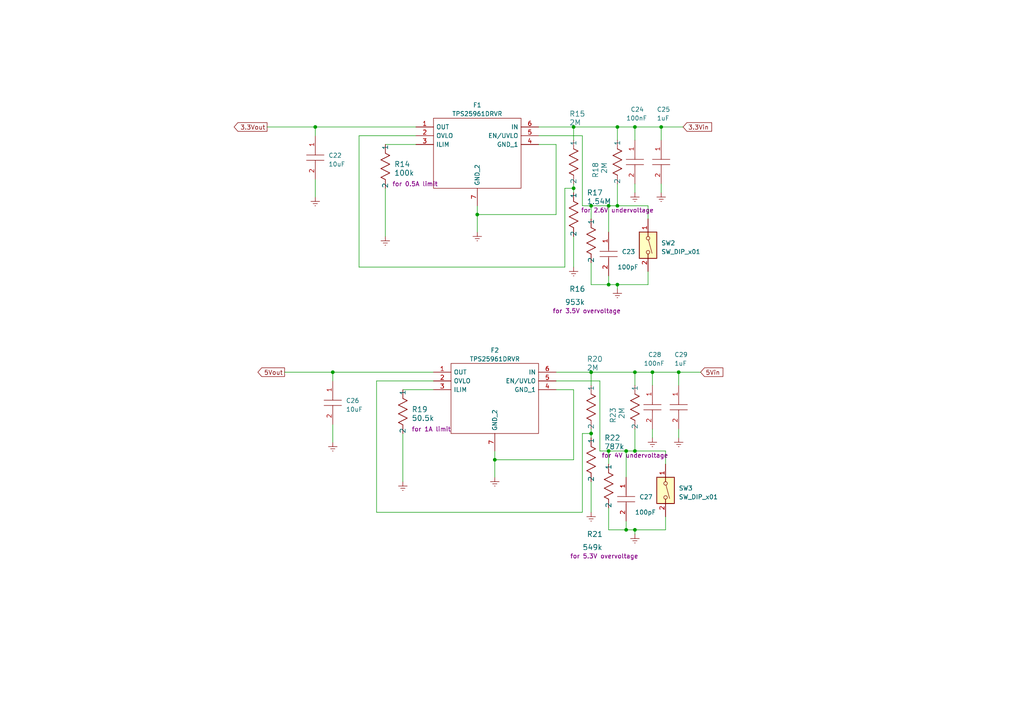
<source format=kicad_sch>
(kicad_sch (version 20230121) (generator eeschema)
  (paper "A4")
  (lib_symbols
    (symbol "0805YC106KAT2A:0805YC106KAT2A" (pin_names (offset 0.762))
      (property "Reference" "C" (at 8.89 6.35 0))
      (property "Value" "0805YC106KAT2A" (at 8.89 3.81 0))
      (symbol "0805YC106KAT2A_0_0"
        (pin passive line (at 0 0 0) (length 5.08) (name "~") (number "1"))
        (pin passive line (at 12.7 0 180) (length 5.08) (name "~") (number "2"))
      )
      (symbol "0805YC106KAT2A_0_1"
        (polyline (pts (xy 5.08 0) (xy 5.588 0)) (stroke (width 0.1524)))
        (polyline (pts (xy 5.588 2.54) (xy 5.588 -2.54)) (stroke (width 0.1524)))
        (polyline (pts (xy 7.112 0) (xy 7.62 0)) (stroke (width 0.1524)))
        (polyline (pts (xy 7.112 2.54) (xy 7.112 -2.54)) (stroke (width 0.1524)))
      )
    )
    (symbol "2023-02-18_05-38-06:RC0603FR-072ML" (pin_numbers hide) (pin_names (offset -2.54))
      (property "Reference" "R" (at 5.715 3.81 0))
      (property "Value" "RC0603FR-072ML" (at 6.35 -6.985 0))
      (symbol "RC0603FR-072ML_1_1"
        (polyline (pts (xy 2.54 0) (xy 3.175 1.27)) (stroke (width 0.2032)))
        (polyline (pts (xy 3.175 1.27) (xy 4.445 -1.27)) (stroke (width 0.2032)))
        (polyline (pts (xy 4.445 -1.27) (xy 5.715 1.27)) (stroke (width 0.2032)))
        (polyline (pts (xy 5.715 1.27) (xy 6.985 -1.27)) (stroke (width 0.2032)))
        (polyline (pts (xy 6.985 -1.27) (xy 8.255 1.27)) (stroke (width 0.2032)))
        (polyline (pts (xy 8.255 1.27) (xy 9.525 -1.27)) (stroke (width 0.2032)))
        (polyline (pts (xy 9.525 -1.27) (xy 10.16 0)) (stroke (width 0.2032)))
        (pin unspecified line (at 12.7 0 180) (length 2.54) (name "1") (number "1"))
        (pin unspecified line (at 0 0 0) (length 2.54) (name "2") (number "2"))
      )
    )
    (symbol "C0402C101K3RACAUTO:C0402C101K3RACAUTO" (pin_names (offset 0.762))
      (property "Reference" "C" (at 8.89 6.35 0))
      (property "Value" "C0402C101K3RACAUTO" (at 8.89 3.81 0))
      (symbol "C0402C101K3RACAUTO_0_0"
        (pin passive line (at 0 0 0) (length 5.08) (name "~") (number "1"))
        (pin passive line (at 12.7 0 180) (length 5.08) (name "~") (number "2"))
      )
      (symbol "C0402C101K3RACAUTO_0_1"
        (polyline (pts (xy 5.08 0) (xy 5.588 0)) (stroke (width 0.1524)))
        (polyline (pts (xy 5.588 2.54) (xy 5.588 -2.54)) (stroke (width 0.1524)))
        (polyline (pts (xy 7.112 0) (xy 7.62 0)) (stroke (width 0.1524)))
        (polyline (pts (xy 7.112 2.54) (xy 7.112 -2.54)) (stroke (width 0.1524)))
      )
    )
    (symbol "C1005X7R1C104K050BC:C1005X7R1C104K050BC" (pin_names (offset 0.762))
      (property "Reference" "C" (at 8.89 6.35 0))
      (property "Value" "C1005X7R1C104K050BC" (at 8.89 3.81 0))
      (symbol "C1005X7R1C104K050BC_0_0"
        (pin passive line (at 0 0 0) (length 5.08) (name "~") (number "1"))
        (pin passive line (at 12.7 0 180) (length 5.08) (name "~") (number "2"))
      )
      (symbol "C1005X7R1C104K050BC_0_1"
        (polyline (pts (xy 5.08 0) (xy 5.588 0)) (stroke (width 0.1524)))
        (polyline (pts (xy 5.588 2.54) (xy 5.588 -2.54)) (stroke (width 0.1524)))
        (polyline (pts (xy 7.112 0) (xy 7.62 0)) (stroke (width 0.1524)))
        (polyline (pts (xy 7.112 2.54) (xy 7.112 -2.54)) (stroke (width 0.1524)))
      )
    )
    (symbol "C2220X105K2RACAUTO:C2220X105K2RACAUTO" (pin_names (offset 0.762))
      (property "Reference" "C" (at 8.89 6.35 0))
      (property "Value" "C2220X105K2RACAUTO" (at 8.89 3.81 0))
      (symbol "C2220X105K2RACAUTO_0_0"
        (pin passive line (at 0 0 0) (length 5.08) (name "~") (number "1"))
        (pin passive line (at 12.7 0 180) (length 5.08) (name "~") (number "2"))
      )
      (symbol "C2220X105K2RACAUTO_0_1"
        (polyline (pts (xy 5.08 0) (xy 5.588 0)) (stroke (width 0.1524)))
        (polyline (pts (xy 5.588 2.54) (xy 5.588 -2.54)) (stroke (width 0.1524)))
        (polyline (pts (xy 7.112 0) (xy 7.62 0)) (stroke (width 0.1524)))
        (polyline (pts (xy 7.112 2.54) (xy 7.112 -2.54)) (stroke (width 0.1524)))
      )
    )
    (symbol "Switch:SW_DIP_x01" (pin_names (offset 0) hide)
      (property "Reference" "SW" (at 0 3.81 0))
      (property "Value" "SW_DIP_x01" (at 0 -3.81 0))
      (symbol "SW_DIP_x01_0_0"
        (circle (center -2.032 0) (radius 0.508))
        (polyline (pts (xy -1.524 0.127) (xy 2.3622 1.1684)))
        (circle (center 2.032 0) (radius 0.508))
      )
      (symbol "SW_DIP_x01_0_1"
        (rectangle (start -3.81 2.54) (end 3.81 -2.54) (stroke (width 0.254)) (fill (type background)))
      )
      (symbol "SW_DIP_x01_1_1"
        (pin passive line (at -7.62 0 0) (length 5.08) (name "~") (number "1"))
        (pin passive line (at 7.62 0 180) (length 5.08) (name "~") (number "2"))
      )
    )
    (symbol "TPS25961DRVR:TPS25961DRVR" (pin_names (offset 0.762))
      (property "Reference" "F" (at 31.75 7.62 0))
      (property "Value" "TPS25961DRVR" (at 31.75 5.08 0))
      (symbol "TPS25961DRVR_0_0"
        (pin output line (at 0 0 0) (length 5.08) (name "OUT") (number "1"))
        (pin input line (at 0 -2.54 0) (length 5.08) (name "OVLO") (number "2"))
        (pin output line (at 0 -5.08 0) (length 5.08) (name "ILIM") (number "3"))
        (pin power_in line (at 35.56 -5.08 180) (length 5.08) (name "GND_1") (number "4"))
        (pin input line (at 35.56 -2.54 180) (length 5.08) (name "EN/UVLO") (number "5"))
        (pin power_in line (at 35.56 0 180) (length 5.08) (name "IN") (number "6"))
        (pin power_in line (at 17.78 -22.86 90) (length 5.08) (name "GND_2") (number "7"))
      )
      (symbol "TPS25961DRVR_0_1"
        (polyline (pts (xy 5.08 2.54) (xy 30.48 2.54) (xy 30.48 -17.78) (xy 5.08 -17.78) (xy 5.08 2.54)) (stroke (width 0.1524)))
      )
    )
    (symbol "power:Earth" (power) (pin_names (offset 0))
      (symbol "Earth_0_1"
        (polyline (pts (xy -0.635 -1.905) (xy 0.635 -1.905)))
        (polyline (pts (xy -0.127 -2.54) (xy 0.127 -2.54)))
        (polyline (pts (xy 0 -1.27) (xy 0 0)))
        (polyline (pts (xy 1.27 -1.27) (xy -1.27 -1.27)))
      )
      (symbol "Earth_1_1"
        (pin power_in line (at 0 0 270) (length 0) hide (name "Earth") (number "1"))
      )
    )
  )
  (junction (at 196.85 107.95))
  (junction (at 91.44 36.83))
  (junction (at 184.15 153.67))
  (junction (at 179.07 82.55))
  (junction (at 176.53 59.69))
  (junction (at 181.61 153.67))
  (junction (at 171.45 125.73))
  (junction (at 171.45 107.95))
  (junction (at 176.53 82.55))
  (junction (at 166.37 36.83))
  (junction (at 166.37 54.61))
  (junction (at 191.77 36.83))
  (junction (at 181.61 130.81))
  (junction (at 179.07 59.69))
  (junction (at 96.52 107.95))
  (junction (at 143.51 133.35))
  (junction (at 189.23 107.95))
  (junction (at 179.07 36.83))
  (junction (at 184.15 130.81))
  (junction (at 176.53 130.81))
  (junction (at 184.15 107.95))
  (junction (at 138.43 62.23))
  (junction (at 171.45 59.69))
  (junction (at 184.15 36.83))
  (wire (pts (xy 111.76 54.61) (xy 111.76 68.58)))
  (wire (pts (xy 191.77 36.83) (xy 191.77 40.64)))
  (wire (pts (xy 181.61 130.81) (xy 184.15 130.81)))
  (wire (pts (xy 193.04 149.86) (xy 193.04 153.67)))
  (wire (pts (xy 179.07 36.83) (xy 184.15 36.83)))
  (wire (pts (xy 193.04 130.81) (xy 193.04 134.62)))
  (wire (pts (xy 189.23 124.46) (xy 189.23 127)))
  (wire (pts (xy 173.99 110.49) (xy 173.99 130.81)))
  (wire (pts (xy 184.15 124.46) (xy 184.15 130.81)))
  (wire (pts (xy 191.77 53.34) (xy 191.77 55.88)))
  (wire (pts (xy 196.85 107.95) (xy 203.2 107.95)))
  (wire (pts (xy 109.22 148.59) (xy 168.91 148.59)))
  (wire (pts (xy 138.43 62.23) (xy 138.43 67.31)))
  (wire (pts (xy 181.61 151.13) (xy 181.61 153.67)))
  (wire (pts (xy 171.45 124.46) (xy 171.45 125.73)))
  (wire (pts (xy 109.22 110.49) (xy 109.22 148.59)))
  (wire (pts (xy 91.44 52.07) (xy 91.44 57.15)))
  (wire (pts (xy 176.53 59.69) (xy 176.53 67.31)))
  (wire (pts (xy 187.96 59.69) (xy 179.07 59.69)))
  (wire (pts (xy 138.43 59.69) (xy 138.43 62.23)))
  (wire (pts (xy 166.37 113.03) (xy 166.37 133.35)))
  (wire (pts (xy 104.14 77.47) (xy 163.83 77.47)))
  (wire (pts (xy 143.51 130.81) (xy 143.51 133.35)))
  (wire (pts (xy 184.15 153.67) (xy 184.15 154.94)))
  (wire (pts (xy 161.29 110.49) (xy 173.99 110.49)))
  (wire (pts (xy 111.76 41.91) (xy 120.65 41.91)))
  (wire (pts (xy 179.07 82.55) (xy 187.96 82.55)))
  (wire (pts (xy 184.15 36.83) (xy 184.15 40.64)))
  (wire (pts (xy 184.15 53.34) (xy 184.15 55.88)))
  (wire (pts (xy 168.91 148.59) (xy 168.91 125.73)))
  (wire (pts (xy 176.53 130.81) (xy 176.53 134.62)))
  (wire (pts (xy 161.29 113.03) (xy 166.37 113.03)))
  (wire (pts (xy 171.45 59.69) (xy 171.45 63.5)))
  (wire (pts (xy 143.51 133.35) (xy 143.51 138.43)))
  (wire (pts (xy 179.07 53.34) (xy 179.07 59.69)))
  (wire (pts (xy 179.07 36.83) (xy 179.07 40.64)))
  (wire (pts (xy 104.14 39.37) (xy 104.14 77.47)))
  (wire (pts (xy 156.21 41.91) (xy 161.29 41.91)))
  (wire (pts (xy 91.44 36.83) (xy 91.44 39.37)))
  (wire (pts (xy 171.45 107.95) (xy 184.15 107.95)))
  (wire (pts (xy 176.53 82.55) (xy 179.07 82.55)))
  (wire (pts (xy 96.52 123.19) (xy 96.52 128.27)))
  (wire (pts (xy 171.45 107.95) (xy 171.45 111.76)))
  (wire (pts (xy 184.15 153.67) (xy 193.04 153.67)))
  (wire (pts (xy 161.29 62.23) (xy 138.43 62.23)))
  (wire (pts (xy 176.53 153.67) (xy 181.61 153.67)))
  (wire (pts (xy 184.15 36.83) (xy 191.77 36.83)))
  (wire (pts (xy 196.85 107.95) (xy 196.85 111.76)))
  (wire (pts (xy 91.44 36.83) (xy 120.65 36.83)))
  (wire (pts (xy 156.21 39.37) (xy 168.91 39.37)))
  (wire (pts (xy 161.29 41.91) (xy 161.29 62.23)))
  (wire (pts (xy 173.99 130.81) (xy 176.53 130.81)))
  (wire (pts (xy 171.45 59.69) (xy 176.53 59.69)))
  (wire (pts (xy 166.37 36.83) (xy 166.37 40.64)))
  (wire (pts (xy 181.61 153.67) (xy 184.15 153.67)))
  (wire (pts (xy 176.53 59.69) (xy 179.07 59.69)))
  (wire (pts (xy 96.52 107.95) (xy 96.52 110.49)))
  (wire (pts (xy 168.91 125.73) (xy 171.45 125.73)))
  (wire (pts (xy 116.84 125.73) (xy 116.84 139.7)))
  (wire (pts (xy 125.73 110.49) (xy 109.22 110.49)))
  (wire (pts (xy 196.85 124.46) (xy 196.85 127)))
  (wire (pts (xy 168.91 39.37) (xy 168.91 59.69)))
  (wire (pts (xy 176.53 130.81) (xy 181.61 130.81)))
  (wire (pts (xy 171.45 139.7) (xy 171.45 148.59)))
  (wire (pts (xy 166.37 68.58) (xy 166.37 77.47)))
  (wire (pts (xy 187.96 59.69) (xy 187.96 63.5)))
  (wire (pts (xy 156.21 36.83) (xy 166.37 36.83)))
  (wire (pts (xy 82.55 107.95) (xy 96.52 107.95)))
  (wire (pts (xy 163.83 77.47) (xy 163.83 54.61)))
  (wire (pts (xy 96.52 107.95) (xy 125.73 107.95)))
  (wire (pts (xy 176.53 80.01) (xy 176.53 82.55)))
  (wire (pts (xy 181.61 130.81) (xy 181.61 138.43)))
  (wire (pts (xy 184.15 107.95) (xy 184.15 111.76)))
  (wire (pts (xy 161.29 107.95) (xy 171.45 107.95)))
  (wire (pts (xy 191.77 36.83) (xy 198.12 36.83)))
  (wire (pts (xy 189.23 107.95) (xy 196.85 107.95)))
  (wire (pts (xy 166.37 53.34) (xy 166.37 54.61)))
  (wire (pts (xy 166.37 54.61) (xy 166.37 55.88)))
  (wire (pts (xy 193.04 130.81) (xy 184.15 130.81)))
  (wire (pts (xy 189.23 107.95) (xy 189.23 111.76)))
  (wire (pts (xy 176.53 147.32) (xy 176.53 153.67)))
  (wire (pts (xy 163.83 54.61) (xy 166.37 54.61)))
  (wire (pts (xy 184.15 107.95) (xy 189.23 107.95)))
  (wire (pts (xy 166.37 36.83) (xy 179.07 36.83)))
  (wire (pts (xy 171.45 82.55) (xy 176.53 82.55)))
  (wire (pts (xy 120.65 39.37) (xy 104.14 39.37)))
  (wire (pts (xy 166.37 133.35) (xy 143.51 133.35)))
  (wire (pts (xy 77.47 36.83) (xy 91.44 36.83)))
  (wire (pts (xy 116.84 113.03) (xy 125.73 113.03)))
  (wire (pts (xy 179.07 82.55) (xy 179.07 83.82)))
  (wire (pts (xy 187.96 78.74) (xy 187.96 82.55)))
  (wire (pts (xy 168.91 59.69) (xy 171.45 59.69)))
  (wire (pts (xy 171.45 76.2) (xy 171.45 82.55)))
  (wire (pts (xy 171.45 125.73) (xy 171.45 127)))
  (global_label "3.3Vin" (shape input) (at 198.12 36.83 0) (property "Intersheetrefs" "${INTERSHEET_REFS}" (effects hide)))
  (global_label "5Vin" (shape input) (at 203.2 107.95 0) (property "Intersheetrefs" "${INTERSHEET_REFS}" (effects hide)))
  (global_label "5Vout" (shape output) (at 82.55 107.95 180) (property "Intersheetrefs" "${INTERSHEET_REFS}" (effects hide)))
  (global_label "3.3Vout" (shape output) (at 77.47 36.83 180) (property "Intersheetrefs" "${INTERSHEET_REFS}" (effects hide)))
  (symbol (lib_id "2023-02-18_05-38-06:RC0603FR-072ML") (at 171.45 124.46 90) (unit 1)
    (property "Reference" "R20" (at 170.18 104.14 90) (effects (font (size 1.524 1.524)) (justify right)))
    (property "Value" "2M" (at 170.18 106.68 90) (effects (font (size 1.524 1.524)) (justify right)))
    (property "Footprint" "fp:RC0603FR-072ML" (effects hide))
    (instances (project "pcb" (path "" (reference "R20") (unit 1))) (project "Prot_Circ" (path "" (reference "R3") (unit 1))))
  )
  (symbol (lib_id "C0402C101K3RACAUTO:C0402C101K3RACAUTO") (at 176.53 67.31 270) (unit 1)
    (property "Reference" "C23" (at 180.34 73.025 90) (effects (justify left)))
    (property "Value" "100pF" (at 179.07 77.47 90) (effects (justify left)))
    (property "Footprint" "fp:CAPC1005X55N" (effects hide))
    (property "Datasheet" "https://content.kemet.com/datasheets/KEM_C1091_C0G_ESD.pdf" (effects hide))
    (property "Description" "Multilayer Ceramic Capacitors MLCC - SMD/SMT 100V 100pF X8R 0402 5% AEC-Q200" (effects hide))
    (property "Height" "0.55" (effects hide))
    (property "Mouser Part Number" "80-C0402C101K3RAUTO" (effects hide))
    (property "Mouser Price/Stock" "https://www.mouser.co.uk/ProductDetail/KEMET/C0402C101K3RACAUTO?qs=DuoOggApuK%2FQ6tIpLsntww%3D%3D" (effects hide))
    (property "Manufacturer_Name" "KEMET" (effects hide))
    (property "Manufacturer_Part_Number" "C0402C101K3RACAUTO" (effects hide))
    (instances (project "pcb" (path "" (reference "C23") (unit 1))) (project "Prot_Circ" (path "" (reference "C2") (unit 1))))
  )
  (symbol (lib_id "power:Earth") (at 138.43 67.31 0) (unit 1)
    (property "Reference" "#PWR027" (effects hide))
    (property "Value" "Earth" (effects hide))
    (instances (project "pcb" (path "" (reference "#PWR027") (unit 1))) (project "Prot_Circ" (path "" (reference "#PWR0106") (unit 1))))
  )
  (symbol (lib_id "power:Earth") (at 184.15 55.88 0) (unit 1)
    (property "Reference" "#PWR030" (effects hide))
    (property "Value" "Earth" (effects hide))
    (instances (project "pcb" (path "" (reference "#PWR030") (unit 1))) (project "Prot_Circ" (path "" (reference "#PWR0107") (unit 1))))
  )
  (symbol (lib_id "power:Earth") (at 171.45 148.59 0) (unit 1)
    (property "Reference" "#PWR034" (effects hide))
    (property "Value" "Earth" (effects hide))
    (instances (project "pcb" (path "" (reference "#PWR034") (unit 1))) (project "Prot_Circ" (path "" (reference "#PWR0104") (unit 1))))
  )
  (symbol (lib_id "2023-02-18_05-38-06:RC0603FR-072ML") (at 176.53 147.32 90) (unit 1)
    (property "Reference" "R22" (at 175.26 127 90) (effects (font (size 1.524 1.524)) (justify right)))
    (property "Value" "787k" (at 175.26 129.54 90) (effects (font (size 1.524 1.524)) (justify right)))
    (property "Footprint" "fp:RC0603FR-072ML" (effects hide))
    (property "Field4" "for 4V undervoltage" (at 184.15 132.08 90))
    (instances (project "pcb" (path "" (reference "R22") (unit 1))) (project "Prot_Circ" (path "" (reference "R5") (unit 1))))
  )
  (symbol (lib_id "2023-02-18_05-38-06:RC0603FR-072ML") (at 171.45 76.2 90) (unit 1)
    (property "Reference" "R17" (at 170.18 55.88 90) (effects (font (size 1.524 1.524)) (justify right)))
    (property "Value" "1.54M" (at 170.18 58.42 90) (effects (font (size 1.524 1.524)) (justify right)))
    (property "Footprint" "fp:RC0603FR-072ML" (effects hide))
    (property "Field4" "for 2.6V undervoltage" (at 179.07 60.96 90))
    (instances (project "pcb" (path "" (reference "R17") (unit 1))) (project "Prot_Circ" (path "" (reference "R5") (unit 1))))
  )
  (symbol (lib_id "2023-02-18_05-38-06:RC0603FR-072ML") (at 171.45 139.7 90) (unit 1)
    (property "Reference" "R21" (at 170.18 154.94 90) (effects (font (size 1.524 1.524)) (justify right)))
    (property "Value" "549k" (at 168.91 158.75 90) (effects (font (size 1.524 1.524)) (justify right)))
    (property "Footprint" "fp:RC0603FR-072ML" (effects hide))
    (property "Field4" "for 5.3V overvoltage" (at 175.26 161.29 90))
    (instances (project "pcb" (path "" (reference "R21") (unit 1))) (project "Prot_Circ" (path "" (reference "R4") (unit 1))))
  )
  (symbol (lib_id "Switch:SW_DIP_x01") (at 187.96 71.12 270) (unit 1)
    (property "Reference" "SW2" (at 191.77 70.485 90) (effects (justify left)))
    (property "Value" "SW_DIP_x01" (at 191.77 73.025 90) (effects (justify left)))
    (property "Footprint" "Button_Switch_SMD:SW_DIP_SPSTx01_Slide_6.7x4.1mm_W6.73mm_P2.54mm_LowProfile_JPin" (effects hide))
    (instances (project "pcb" (path "" (reference "SW2") (unit 1))) (project "Prot_Circ" (path "" (reference "SW1") (unit 1))))
  )
  (symbol (lib_id "TPS25961DRVR:TPS25961DRVR") (at 125.73 107.95 0) (unit 1)
    (property "Reference" "F2" (at 143.51 101.6 0))
    (property "Value" "TPS25961DRVR" (at 143.51 104.14 0))
    (property "Footprint" "fp:SON65P200X200X80-7N" (effects hide))
    (property "Datasheet" "https://www.ti.com/lit/ds/symlink/tps25961.pdf" (effects hide))
    (property "Description" "Hot Swap Voltage Controllers 2.7-V to 19-V 100-mO eFuse with overvoltage, overcurrent and short-circuit protection" (effects hide))
    (property "Height" "0.8" (effects hide))
    (property "Mouser Part Number" "595-TPS25961DRVR" (effects hide))
    (property "Mouser Price/Stock" "https://www.mouser.co.uk/ProductDetail/Texas-Instruments/TPS25961DRVR?qs=rQFj71Wb1eWBtbDOIdq5wQ%3D%3D" (effects hide))
    (property "Manufacturer_Name" "Texas Instruments" (effects hide))
    (property "Manufacturer_Part_Number" "TPS25961DRVR" (effects hide))
    (instances (project "pcb" (path "" (reference "F2") (unit 1))) (project "Prot_Circ" (path "" (reference "F1") (unit 1))))
  )
  (symbol (lib_id "power:Earth") (at 111.76 68.58 0) (unit 1)
    (property "Reference" "#PWR026" (effects hide))
    (property "Value" "Earth" (effects hide))
    (instances (project "pcb" (path "" (reference "#PWR026") (unit 1))) (project "Prot_Circ" (path "" (reference "#PWR0105") (unit 1))))
  )
  (symbol (lib_id "power:Earth") (at 189.23 127 0) (unit 1)
    (property "Reference" "#PWR036" (effects hide))
    (property "Value" "Earth" (effects hide))
    (instances (project "pcb" (path "" (reference "#PWR036") (unit 1))) (project "Prot_Circ" (path "" (reference "#PWR0107") (unit 1))))
  )
  (symbol (lib_id "C0402C101K3RACAUTO:C0402C101K3RACAUTO") (at 181.61 138.43 270) (unit 1)
    (property "Reference" "C27" (at 185.42 144.145 90) (effects (justify left)))
    (property "Value" "100pF" (at 184.15 148.59 90) (effects (justify left)))
    (property "Footprint" "fp:CAPC1005X55N" (effects hide))
    (property "Datasheet" "https://content.kemet.com/datasheets/KEM_C1091_C0G_ESD.pdf" (effects hide))
    (property "Description" "Multilayer Ceramic Capacitors MLCC - SMD/SMT 100V 100pF X8R 0402 5% AEC-Q200" (effects hide))
    (property "Height" "0.55" (effects hide))
    (property "Mouser Part Number" "80-C0402C101K3RAUTO" (effects hide))
    (property "Mouser Price/Stock" "https://www.mouser.co.uk/ProductDetail/KEMET/C0402C101K3RACAUTO?qs=DuoOggApuK%2FQ6tIpLsntww%3D%3D" (effects hide))
    (property "Manufacturer_Name" "KEMET" (effects hide))
    (property "Manufacturer_Part_Number" "C0402C101K3RACAUTO" (effects hide))
    (instances (project "pcb" (path "" (reference "C27") (unit 1))) (project "Prot_Circ" (path "" (reference "C2") (unit 1))))
  )
  (symbol (lib_id "2023-02-18_05-38-06:RC0603FR-072ML") (at 179.07 53.34 90) (unit 1)
    (property "Reference" "R18" (at 172.72 46.99 0) (effects (font (size 1.524 1.524)) (justify right)))
    (property "Value" "2M" (at 175.26 46.99 0) (effects (font (size 1.524 1.524)) (justify right)))
    (property "Footprint" "fp:RC0603FR-072ML" (effects hide))
    (instances (project "pcb" (path "" (reference "R18") (unit 1))) (project "Prot_Circ" (path "" (reference "R1") (unit 1))))
  )
  (symbol (lib_id "power:Earth") (at 184.15 154.94 0) (unit 1)
    (property "Reference" "#PWR035" (effects hide))
    (property "Value" "Earth" (effects hide))
    (instances (project "pcb" (path "" (reference "#PWR035") (unit 1))) (project "Prot_Circ" (path "" (reference "#PWR0109") (unit 1))))
  )
  (symbol (lib_id "Switch:SW_DIP_x01") (at 193.04 142.24 270) (unit 1)
    (property "Reference" "SW3" (at 196.85 141.605 90) (effects (justify left)))
    (property "Value" "SW_DIP_x01" (at 196.85 144.145 90) (effects (justify left)))
    (property "Footprint" "Button_Switch_SMD:SW_DIP_SPSTx01_Slide_6.7x4.1mm_W6.73mm_P2.54mm_LowProfile_JPin" (effects hide))
    (instances (project "pcb" (path "" (reference "SW3") (unit 1))) (project "Prot_Circ" (path "" (reference "SW1") (unit 1))))
  )
  (symbol (lib_id "2023-02-18_05-38-06:RC0603FR-072ML") (at 166.37 53.34 90) (unit 1)
    (property "Reference" "R15" (at 165.1 33.02 90) (effects (font (size 1.524 1.524)) (justify right)))
    (property "Value" "2M" (at 165.1 35.56 90) (effects (font (size 1.524 1.524)) (justify right)))
    (property "Footprint" "fp:RC0603FR-072ML" (effects hide))
    (instances (project "pcb" (path "" (reference "R15") (unit 1))) (project "Prot_Circ" (path "" (reference "R3") (unit 1))))
  )
  (symbol (lib_id "power:Earth") (at 179.07 83.82 0) (unit 1)
    (property "Reference" "#PWR029" (effects hide))
    (property "Value" "Earth" (effects hide))
    (instances (project "pcb" (path "" (reference "#PWR029") (unit 1))) (project "Prot_Circ" (path "" (reference "#PWR0109") (unit 1))))
  )
  (symbol (lib_id "power:Earth") (at 196.85 127 0) (unit 1)
    (property "Reference" "#PWR037" (effects hide))
    (property "Value" "Earth" (effects hide))
    (instances (project "pcb" (path "" (reference "#PWR037") (unit 1))) (project "Prot_Circ" (path "" (reference "#PWR0108") (unit 1))))
  )
  (symbol (lib_id "power:Earth") (at 191.77 55.88 0) (unit 1)
    (property "Reference" "#PWR031" (effects hide))
    (property "Value" "Earth" (effects hide))
    (instances (project "pcb" (path "" (reference "#PWR031") (unit 1))) (project "Prot_Circ" (path "" (reference "#PWR0108") (unit 1))))
  )
  (symbol (lib_id "power:Earth") (at 116.84 139.7 0) (unit 1)
    (property "Reference" "#PWR032" (effects hide))
    (property "Value" "Earth" (effects hide))
    (instances (project "pcb" (path "" (reference "#PWR032") (unit 1))) (project "Prot_Circ" (path "" (reference "#PWR0105") (unit 1))))
  )
  (symbol (lib_id "2023-02-18_05-38-06:RC0603FR-072ML") (at 184.15 124.46 90) (unit 1)
    (property "Reference" "R23" (at 177.8 118.11 0) (effects (font (size 1.524 1.524)) (justify right)))
    (property "Value" "2M" (at 180.34 118.11 0) (effects (font (size 1.524 1.524)) (justify right)))
    (property "Footprint" "fp:RC0603FR-072ML" (effects hide))
    (instances (project "pcb" (path "" (reference "R23") (unit 1))) (project "Prot_Circ" (path "" (reference "R1") (unit 1))))
  )
  (symbol (lib_id "power:Earth") (at 96.52 128.27 0) (unit 1)
    (property "Reference" "#PWR024" (effects hide))
    (property "Value" "Earth" (effects hide))
    (instances (project "pcb" (path "" (reference "#PWR024") (unit 1))) (project "Prot_Circ" (path "" (reference "#PWR0103") (unit 1))))
  )
  (symbol (lib_id "power:Earth") (at 166.37 77.47 0) (unit 1)
    (property "Reference" "#PWR028" (effects hide))
    (property "Value" "Earth" (effects hide))
    (instances (project "pcb" (path "" (reference "#PWR028") (unit 1))) (project "Prot_Circ" (path "" (reference "#PWR0104") (unit 1))))
  )
  (symbol (lib_id "2023-02-18_05-38-06:RC0603FR-072ML") (at 166.37 68.58 90) (unit 1)
    (property "Reference" "R16" (at 165.1 83.82 90) (effects (font (size 1.524 1.524)) (justify right)))
    (property "Value" "953k" (at 163.83 87.63 90) (effects (font (size 1.524 1.524)) (justify right)))
    (property "Footprint" "fp:RC0603FR-072ML" (effects hide))
    (property "Field4" "for 3.5V overvoltage" (at 170.18 90.17 90))
    (instances (project "pcb" (path "" (reference "R16") (unit 1))) (project "Prot_Circ" (path "" (reference "R4") (unit 1))))
  )
  (symbol (lib_id "TPS25961DRVR:TPS25961DRVR") (at 120.65 36.83 0) (unit 1)
    (property "Reference" "F1" (at 138.43 30.48 0))
    (property "Value" "TPS25961DRVR" (at 138.43 33.02 0))
    (property "Footprint" "fp:SON65P200X200X80-7N" (effects hide))
    (property "Datasheet" "https://www.ti.com/lit/ds/symlink/tps25961.pdf" (effects hide))
    (property "Description" "Hot Swap Voltage Controllers 2.7-V to 19-V 100-mO eFuse with overvoltage, overcurrent and short-circuit protection" (effects hide))
    (property "Height" "0.8" (effects hide))
    (property "Mouser Part Number" "595-TPS25961DRVR" (effects hide))
    (property "Mouser Price/Stock" "https://www.mouser.co.uk/ProductDetail/Texas-Instruments/TPS25961DRVR?qs=rQFj71Wb1eWBtbDOIdq5wQ%3D%3D" (effects hide))
    (property "Manufacturer_Name" "Texas Instruments" (effects hide))
    (property "Manufacturer_Part_Number" "TPS25961DRVR" (effects hide))
  )
  (symbol (lib_id "C2220X105K2RACAUTO:C2220X105K2RACAUTO") (at 196.85 111.76 270) (unit 1)
    (property "Reference" "C29" (at 195.58 102.87 90) (effects (justify left)))
    (property "Value" "1uF" (at 195.58 105.41 90) (effects (justify left)))
    (property "Footprint" "fp:C2220_FT" (effects hide))
    (property "Datasheet" "https://content.kemet.com/datasheets/KEM_C1078_X7R_FT-CAP_AUTO_SMD.pdf" (effects hide))
    (property "Description" "SMD Auto X7R Flex, Ceramic, 1 uF, 10%, 200 VDC, 500 VDC, 125C, -55C, X7R, SMD, MLCC, FT-CAP, Automotive Grade, 2.5 % , 1 GOhms, 230 mg, 2220, 5.9mm, 5mm, 1.5mm, 0.7mm, 1000, 78  Weeks, 80" (effects hide))
    (property "Mouser Part Number" "80-C2220X105K2RAUTO" (effects hide))
    (property "Mouser Price/Stock" "https://www.mouser.co.uk/ProductDetail/KEMET/C2220X105K2RACAUTO?qs=1mbolxNpo8fmZ3mUaC%2FFGQ%3D%3D" (effects hide))
    (property "Manufacturer_Name" "KEMET" (effects hide))
    (property "Manufacturer_Part_Number" "C2220X105K2RACAUTO" (effects hide))
    (instances (project "pcb" (path "" (reference "C29") (unit 1))) (project "Prot_Circ" (path "" (reference "C4") (unit 1))))
  )
  (symbol (lib_id "0805YC106KAT2A:0805YC106KAT2A") (at 91.44 39.37 270) (unit 1)
    (property "Reference" "C22" (at 95.25 45.085 90) (effects (justify left)))
    (property "Value" "10uF" (at 95.25 47.625 90) (effects (justify left)))
    (property "Footprint" "fp:CAPC2012X94N" (effects hide))
    (property "Datasheet" "https://www.mouser.fr/datasheet/2/40/AVX_X7RDielectric_777024-1853642.pdf" (effects hide))
    (property "Description" "Multilayer Ceramic Capacitors MLCC - SMD/SMT 16V 10uF X7R 0805 10%" (effects hide))
    (property "Height" "0.94" (effects hide))
    (property "Mouser Part Number" "581-0805YC106KAT2A" (effects hide))
    (property "Mouser Price/Stock" "https://www.mouser.co.uk/ProductDetail/KYOCERA-AVX/0805YC106KAT2A?qs=3HJ2avRr9PKwMzeRMZhF2g%3D%3D" (effects hide))
    (property "Manufacturer_Name" "KYOCERA" (effects hide))
    (property "Manufacturer_Part_Number" "0805YC106KAT2A" (effects hide))
    (instances (project "pcb" (path "" (reference "C22") (unit 1))) (project "Prot_Circ" (path "" (reference "C3") (unit 1))))
  )
  (symbol (lib_id "power:Earth") (at 91.44 57.15 0) (unit 1)
    (property "Reference" "#PWR025" (effects hide))
    (property "Value" "Earth" (effects hide))
    (instances (project "pcb" (path "" (reference "#PWR025") (unit 1))) (project "Prot_Circ" (path "" (reference "#PWR0103") (unit 1))))
  )
  (symbol (lib_id "C1005X7R1C104K050BC:C1005X7R1C104K050BC") (at 189.23 111.76 270) (unit 1)
    (property "Reference" "C28" (at 187.96 102.87 90) (effects (justify left)))
    (property "Value" "100nF" (at 186.69 105.41 90) (effects (justify left)))
    (property "Footprint" "fp:C1005_Commercial" (effects hide))
    (property "Datasheet" "https://product.tdk.com/system/files/dam/doc/product/capacitor/ceramic/mlcc/catalog/mlcc_commercial_general_en.pdf" (effects hide))
    (property "Description" "0402 X7R ceramic capacitor 16V 100nF TDK C1005 C 100nF Ceramic Multilayer Capacitor, 16 V dc, +125C, X7R Dielectric, +/-10% SMD" (effects hide))
    (property "Height" "0.55" (effects hide))
    (property "Mouser Part Number" "810-C1005X7R1C104K" (effects hide))
    (property "Mouser Price/Stock" "https://www.mouser.co.uk/ProductDetail/TDK/C1005X7R1C104K050BC?qs=NRhsANhppD%252BhAGOapA8QKQ%3D%3D" (effects hide))
    (property "Manufacturer_Name" "TDK" (effects hide))
    (property "Manufacturer_Part_Number" "C1005X7R1C104K050BC" (effects hide))
    (instances (project "pcb" (path "" (reference "C28") (unit 1))) (project "Prot_Circ" (path "" (reference "C1") (unit 1))))
  )
  (symbol (lib_id "2023-02-18_05-38-06:RC0603FR-072ML") (at 111.76 54.61 90) (unit 1)
    (property "Reference" "R14" (at 114.3 47.625 90) (effects (font (size 1.524 1.524)) (justify right)))
    (property "Value" "100k" (at 114.3 50.165 90) (effects (font (size 1.524 1.524)) (justify right)))
    (property "Footprint" "fp:RC0603FR-072ML" (effects hide))
    (property "Field4" "for 0.5A limit" (at 127 53.34 90) (effects (justify left)))
    (instances (project "pcb" (path "" (reference "R14") (unit 1))) (project "Prot_Circ" (path "" (reference "R2") (unit 1))))
  )
  (symbol (lib_id "2023-02-18_05-38-06:RC0603FR-072ML") (at 116.84 125.73 90) (unit 1)
    (property "Reference" "R19" (at 119.38 118.745 90) (effects (font (size 1.524 1.524)) (justify right)))
    (property "Value" "50.5k" (at 119.38 121.285 90) (effects (font (size 1.524 1.524)) (justify right)))
    (property "Footprint" "fp:RC0603FR-072ML" (effects hide))
    (property "Field4" "for 1A limit" (at 130.81 124.46 90) (effects (justify left)))
    (instances (project "pcb" (path "" (reference "R19") (unit 1))) (project "Prot_Circ" (path "" (reference "R2") (unit 1))))
  )
  (symbol (lib_id "0805YC106KAT2A:0805YC106KAT2A") (at 96.52 110.49 270) (unit 1)
    (property "Reference" "C26" (at 100.33 116.205 90) (effects (justify left)))
    (property "Value" "10uF" (at 100.33 118.745 90) (effects (justify left)))
    (property "Footprint" "fp:CAPC2012X94N" (effects hide))
    (property "Datasheet" "https://www.mouser.fr/datasheet/2/40/AVX_X7RDielectric_777024-1853642.pdf" (effects hide))
    (property "Description" "Multilayer Ceramic Capacitors MLCC - SMD/SMT 16V 10uF X7R 0805 10%" (effects hide))
    (property "Height" "0.94" (effects hide))
    (property "Mouser Part Number" "581-0805YC106KAT2A" (effects hide))
    (property "Mouser Price/Stock" "https://www.mouser.co.uk/ProductDetail/KYOCERA-AVX/0805YC106KAT2A?qs=3HJ2avRr9PKwMzeRMZhF2g%3D%3D" (effects hide))
    (property "Manufacturer_Name" "KYOCERA" (effects hide))
    (property "Manufacturer_Part_Number" "0805YC106KAT2A" (effects hide))
    (instances (project "pcb" (path "" (reference "C26") (unit 1))) (project "Prot_Circ" (path "" (reference "C3") (unit 1))))
  )
  (symbol (lib_id "C2220X105K2RACAUTO:C2220X105K2RACAUTO") (at 191.77 40.64 270) (unit 1)
    (property "Reference" "C25" (at 190.5 31.75 90) (effects (justify left)))
    (property "Value" "1uF" (at 190.5 34.29 90) (effects (justify left)))
    (property "Footprint" "fp:C2220_FT" (effects hide))
    (property "Datasheet" "https://content.kemet.com/datasheets/KEM_C1078_X7R_FT-CAP_AUTO_SMD.pdf" (effects hide))
    (property "Description" "SMD Auto X7R Flex, Ceramic, 1 uF, 10%, 200 VDC, 500 VDC, 125C, -55C, X7R, SMD, MLCC, FT-CAP, Automotive Grade, 2.5 % , 1 GOhms, 230 mg, 2220, 5.9mm, 5mm, 1.5mm, 0.7mm, 1000, 78  Weeks, 80" (effects hide))
    (property "Mouser Part Number" "80-C2220X105K2RAUTO" (effects hide))
    (property "Mouser Price/Stock" "https://www.mouser.co.uk/ProductDetail/KEMET/C2220X105K2RACAUTO?qs=1mbolxNpo8fmZ3mUaC%2FFGQ%3D%3D" (effects hide))
    (property "Manufacturer_Name" "KEMET" (effects hide))
    (property "Manufacturer_Part_Number" "C2220X105K2RACAUTO" (effects hide))
    (instances (project "pcb" (path "" (reference "C25") (unit 1))) (project "Prot_Circ" (path "" (reference "C4") (unit 1))))
  )
  (symbol (lib_id "power:Earth") (at 143.51 138.43 0) (unit 1)
    (property "Reference" "#PWR033" (effects hide))
    (property "Value" "Earth" (effects hide))
    (instances (project "pcb" (path "" (reference "#PWR033") (unit 1))) (project "Prot_Circ" (path "" (reference "#PWR0106") (unit 1))))
  )
  (symbol (lib_id "C1005X7R1C104K050BC:C1005X7R1C104K050BC") (at 184.15 40.64 270) (unit 1)
    (property "Reference" "C24" (at 182.88 31.75 90) (effects (justify left)))
    (property "Value" "100nF" (at 181.61 34.29 90) (effects (justify left)))
    (property "Footprint" "fp:C1005_Commercial" (effects hide))
    (property "Datasheet" "https://product.tdk.com/system/files/dam/doc/product/capacitor/ceramic/mlcc/catalog/mlcc_commercial_general_en.pdf" (effects hide))
    (property "Description" "0402 X7R ceramic capacitor 16V 100nF TDK C1005 C 100nF Ceramic Multilayer Capacitor, 16 V dc, +125C, X7R Dielectric, +/-10% SMD" (effects hide))
    (property "Height" "0.55" (effects hide))
    (property "Mouser Part Number" "810-C1005X7R1C104K" (effects hide))
    (property "Mouser Price/Stock" "https://www.mouser.co.uk/ProductDetail/TDK/C1005X7R1C104K050BC?qs=NRhsANhppD%252BhAGOapA8QKQ%3D%3D" (effects hide))
    (property "Manufacturer_Name" "TDK" (effects hide))
    (property "Manufacturer_Part_Number" "C1005X7R1C104K050BC" (effects hide))
    (instances (project "pcb" (path "" (reference "C24") (unit 1))) (project "Prot_Circ" (path "" (reference "C1") (unit 1))))
  )
)
</source>
